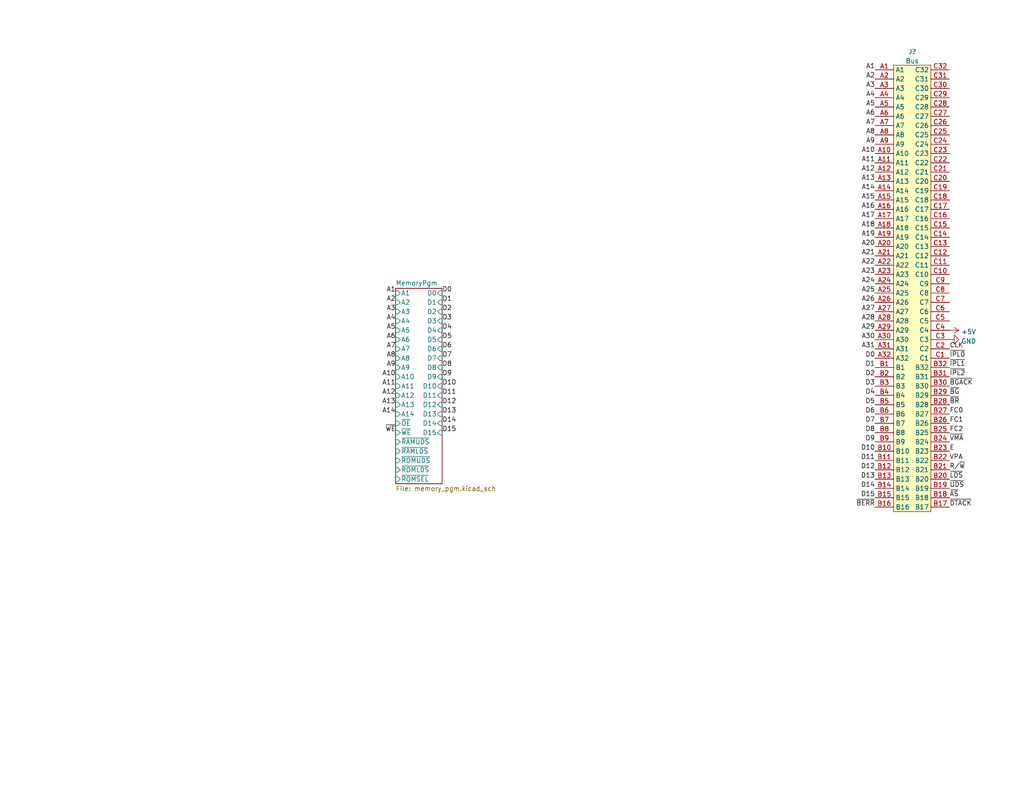
<source format=kicad_sch>
(kicad_sch (version 20211123) (generator eeschema)
  (paper "USLetter")
  (lib_symbols
    (symbol "parts:Bus"
      (property "Reference" "J4" (at -1.905 54.449 0))
      (property "Value" "Bus" (at -1.905 51.9121 0))
      (symbol "Bus_0_1"
        (rectangle (start -7.62 -72.39) (end 2.54 49.53) (stroke (width 0.1524)) (fill (type background)))
      )
      (symbol "Bus_1_1"
        (pin passive line (at -12.7 48.26 0) (length 5.08) (name "A1") (number "A1"))
        (pin passive line (at -12.7 25.4 0) (length 5.08) (name "A10") (number "A10"))
        (pin passive line (at -12.7 22.86 0) (length 5.08) (name "A11") (number "A11"))
        (pin passive line (at -12.7 20.32 0) (length 5.08) (name "A12") (number "A12"))
        (pin passive line (at -12.7 17.78 0) (length 5.08) (name "A13") (number "A13"))
        (pin passive line (at -12.7 15.24 0) (length 5.08) (name "A14") (number "A14"))
        (pin passive line (at -12.7 12.7 0) (length 5.08) (name "A15") (number "A15"))
        (pin passive line (at -12.7 10.16 0) (length 5.08) (name "A16") (number "A16"))
        (pin passive line (at -12.7 7.62 0) (length 5.08) (name "A17") (number "A17"))
        (pin passive line (at -12.7 5.08 0) (length 5.08) (name "A18") (number "A18"))
        (pin passive line (at -12.7 2.54 0) (length 5.08) (name "A19") (number "A19"))
        (pin passive line (at -12.7 45.72 0) (length 5.08) (name "A2") (number "A2"))
        (pin passive line (at -12.7 0 0) (length 5.08) (name "A20") (number "A20"))
        (pin passive line (at -12.7 -2.54 0) (length 5.08) (name "A21") (number "A21"))
        (pin passive line (at -12.7 -5.08 0) (length 5.08) (name "A22") (number "A22"))
        (pin passive line (at -12.7 -7.62 0) (length 5.08) (name "A23") (number "A23"))
        (pin passive line (at -12.7 -10.16 0) (length 5.08) (name "A24") (number "A24"))
        (pin passive line (at -12.7 -12.7 0) (length 5.08) (name "A25") (number "A25"))
        (pin passive line (at -12.7 -15.24 0) (length 5.08) (name "A26") (number "A26"))
        (pin passive line (at -12.7 -17.78 0) (length 5.08) (name "A27") (number "A27"))
        (pin passive line (at -12.7 -20.32 0) (length 5.08) (name "A28") (number "A28"))
        (pin passive line (at -12.7 -22.86 0) (length 5.08) (name "A29") (number "A29"))
        (pin passive line (at -12.7 43.18 0) (length 5.08) (name "A3") (number "A3"))
        (pin passive line (at -12.7 -25.4 0) (length 5.08) (name "A30") (number "A30"))
        (pin passive line (at -12.7 -27.94 0) (length 5.08) (name "A31") (number "A31"))
        (pin passive line (at -12.7 -30.48 0) (length 5.08) (name "A32") (number "A32"))
        (pin passive line (at -12.7 40.64 0) (length 5.08) (name "A4") (number "A4"))
        (pin passive line (at -12.7 38.1 0) (length 5.08) (name "A5") (number "A5"))
        (pin passive line (at -12.7 35.56 0) (length 5.08) (name "A6") (number "A6"))
        (pin passive line (at -12.7 33.02 0) (length 5.08) (name "A7") (number "A7"))
        (pin passive line (at -12.7 30.48 0) (length 5.08) (name "A8") (number "A8"))
        (pin passive line (at -12.7 27.94 0) (length 5.08) (name "A9") (number "A9"))
        (pin passive line (at -12.7 -33.02 0) (length 5.08) (name "B1") (number "B1"))
        (pin passive line (at -12.7 -55.88 0) (length 5.08) (name "B10") (number "B10"))
        (pin passive line (at -12.7 -58.42 0) (length 5.08) (name "B11") (number "B11"))
        (pin passive line (at -12.7 -60.96 0) (length 5.08) (name "B12") (number "B12"))
        (pin passive line (at -12.7 -63.5 0) (length 5.08) (name "B13") (number "B13"))
        (pin passive line (at -12.7 -66.04 0) (length 5.08) (name "B14") (number "B14"))
        (pin passive line (at -12.7 -68.58 0) (length 5.08) (name "B15") (number "B15"))
        (pin passive line (at -12.7 -71.12 0) (length 5.08) (name "B16") (number "B16"))
        (pin passive line (at 7.62 -71.12 180) (length 5.08) (name "B17") (number "B17"))
        (pin passive line (at 7.62 -68.58 180) (length 5.08) (name "B18") (number "B18"))
        (pin passive line (at 7.62 -66.04 180) (length 5.08) (name "B19") (number "B19"))
        (pin passive line (at -12.7 -35.56 0) (length 5.08) (name "B2") (number "B2"))
        (pin passive line (at 7.62 -63.5 180) (length 5.08) (name "B20") (number "B20"))
        (pin passive line (at 7.62 -60.96 180) (length 5.08) (name "B21") (number "B21"))
        (pin passive line (at 7.62 -58.42 180) (length 5.08) (name "B22") (number "B22"))
        (pin passive line (at 7.62 -55.88 180) (length 5.08) (name "B23") (number "B23"))
        (pin passive line (at 7.62 -53.34 180) (length 5.08) (name "B24") (number "B24"))
        (pin passive line (at 7.62 -50.8 180) (length 5.08) (name "B25") (number "B25"))
        (pin passive line (at 7.62 -48.26 180) (length 5.08) (name "B26") (number "B26"))
        (pin passive line (at 7.62 -45.72 180) (length 5.08) (name "B27") (number "B27"))
        (pin passive line (at 7.62 -43.18 180) (length 5.08) (name "B28") (number "B28"))
        (pin passive line (at 7.62 -40.64 180) (length 5.08) (name "B29") (number "B29"))
        (pin passive line (at -12.7 -38.1 0) (length 5.08) (name "B3") (number "B3"))
        (pin passive line (at 7.62 -38.1 180) (length 5.08) (name "B30") (number "B30"))
        (pin passive line (at 7.62 -35.56 180) (length 5.08) (name "B31") (number "B31"))
        (pin passive line (at 7.62 -33.02 180) (length 5.08) (name "B32") (number "B32"))
        (pin passive line (at -12.7 -40.64 0) (length 5.08) (name "B4") (number "B4"))
        (pin passive line (at -12.7 -43.18 0) (length 5.08) (name "B5") (number "B5"))
        (pin passive line (at -12.7 -45.72 0) (length 5.08) (name "B6") (number "B6"))
        (pin passive line (at -12.7 -48.26 0) (length 5.08) (name "B7") (number "B7"))
        (pin passive line (at -12.7 -50.8 0) (length 5.08) (name "B8") (number "B8"))
        (pin passive line (at -12.7 -53.34 0) (length 5.08) (name "B9") (number "B9"))
        (pin passive line (at 7.62 -30.48 180) (length 5.08) (name "C1") (number "C1"))
        (pin passive line (at 7.62 -7.62 180) (length 5.08) (name "C10") (number "C10"))
        (pin passive line (at 7.62 -5.08 180) (length 5.08) (name "C11") (number "C11"))
        (pin passive line (at 7.62 -2.54 180) (length 5.08) (name "C12") (number "C12"))
        (pin passive line (at 7.62 0 180) (length 5.08) (name "C13") (number "C13"))
        (pin passive line (at 7.62 2.54 180) (length 5.08) (name "C14") (number "C14"))
        (pin passive line (at 7.62 5.08 180) (length 5.08) (name "C15") (number "C15"))
        (pin passive line (at 7.62 7.62 180) (length 5.08) (name "C16") (number "C16"))
        (pin passive line (at 7.62 10.16 180) (length 5.08) (name "C17") (number "C17"))
        (pin passive line (at 7.62 12.7 180) (length 5.08) (name "C18") (number "C18"))
        (pin passive line (at 7.62 15.24 180) (length 5.08) (name "C19") (number "C19"))
        (pin passive line (at 7.62 -27.94 180) (length 5.08) (name "C2") (number "C2"))
        (pin passive line (at 7.62 17.78 180) (length 5.08) (name "C20") (number "C20"))
        (pin passive line (at 7.62 20.32 180) (length 5.08) (name "C21") (number "C21"))
        (pin passive line (at 7.62 22.86 180) (length 5.08) (name "C22") (number "C22"))
        (pin passive line (at 7.62 25.4 180) (length 5.08) (name "C23") (number "C23"))
        (pin passive line (at 7.62 27.94 180) (length 5.08) (name "C24") (number "C24"))
        (pin passive line (at 7.62 30.48 180) (length 5.08) (name "C25") (number "C25"))
        (pin passive line (at 7.62 33.02 180) (length 5.08) (name "C26") (number "C26"))
        (pin passive line (at 7.62 35.56 180) (length 5.08) (name "C27") (number "C27"))
        (pin passive line (at 7.62 38.1 180) (length 5.08) (name "C28") (number "C28"))
        (pin passive line (at 7.62 40.64 180) (length 5.08) (name "C29") (number "C29"))
        (pin passive line (at 7.62 -25.4 180) (length 5.08) (name "C3") (number "C3"))
        (pin passive line (at 7.62 43.18 180) (length 5.08) (name "C30") (number "C30"))
        (pin passive line (at 7.62 45.72 180) (length 5.08) (name "C31") (number "C31"))
        (pin passive line (at 7.62 48.26 180) (length 5.08) (name "C32") (number "C32"))
        (pin passive line (at 7.62 -22.86 180) (length 5.08) (name "C4") (number "C4"))
        (pin passive line (at 7.62 -20.32 180) (length 5.08) (name "C5") (number "C5"))
        (pin passive line (at 7.62 -17.78 180) (length 5.08) (name "C6") (number "C6"))
        (pin passive line (at 7.62 -15.24 180) (length 5.08) (name "C7") (number "C7"))
        (pin passive line (at 7.62 -12.7 180) (length 5.08) (name "C8") (number "C8"))
        (pin passive line (at 7.62 -10.16 180) (length 5.08) (name "C9") (number "C9"))
      )
    )
    (symbol "power:+5V" (power) (pin_names (offset 0))
      (property "Value" "+5V" (at 0 3.556 0))
      (symbol "+5V_0_1"
        (polyline (pts (xy -0.762 1.27) (xy 0 2.54)))
        (polyline (pts (xy 0 0) (xy 0 2.54)))
        (polyline (pts (xy 0 2.54) (xy 0.762 1.27)))
      )
      (symbol "+5V_1_1"
        (pin power_in line (at 0 0 90) (length 0) hide (name "+5V") (number "1"))
      )
    )
    (symbol "power:GND" (power) (pin_names (offset 0))
      (property "Value" "GND" (at 0 -3.81 0))
      (symbol "GND_0_1"
        (polyline (pts (xy 0 0) (xy 0 -1.27) (xy 1.27 -1.27) (xy 0 -2.54) (xy -1.27 -1.27) (xy 0 -1.27)))
      )
      (symbol "GND_1_1"
        (pin power_in line (at 0 0 270) (length 0) hide (name "GND") (number "1"))
      )
    )
  )
  (label "D9" (at 238.76 120.65 180))
  (label "A15" (at 238.76 54.61 180))
  (label "A11" (at 238.76 44.45 180))
  (label "D5" (at 120.65 92.71 0))
  (label "A29" (at 238.76 90.17 180))
  (label "E" (at 259.08 123.19 0))
  (label "~{BGACK}" (at 259.08 105.41 0))
  (label "A25" (at 238.76 80.01 180))
  (label "A3" (at 238.76 24.13 180))
  (label "D8" (at 238.76 118.11 180))
  (label "A28" (at 238.76 87.63 180))
  (label "D12" (at 238.76 128.27 180))
  (label "A19" (at 238.76 64.77 180))
  (label "A1" (at 107.95 80.01 180))
  (label "A17" (at 238.76 59.69 180))
  (label "A4" (at 238.76 26.67 180))
  (label "A6" (at 107.95 92.71 180))
  (label "CLK" (at 259.08 95.25 0))
  (label "D14" (at 120.65 115.57 0))
  (label "~{IPL0}" (at 259.08 97.79 0))
  (label "A2" (at 238.76 21.59 180))
  (label "D5" (at 238.76 110.49 180))
  (label "~{WE}" (at 107.95 118.11 180))
  (label "D3" (at 120.65 87.63 0))
  (label "A8" (at 107.95 97.79 180))
  (label "A3" (at 107.95 85.09 180))
  (label "D10" (at 120.65 105.41 0))
  (label "FC1" (at 259.08 115.57 0))
  (label "A5" (at 107.95 90.17 180))
  (label "A5" (at 238.76 29.21 180))
  (label "D6" (at 120.65 95.25 0))
  (label "D4" (at 238.76 107.95 180))
  (label "~{IPL1}" (at 259.08 100.33 0))
  (label "D11" (at 120.65 107.95 0))
  (label "A1" (at 238.76 19.05 180))
  (label "A16" (at 238.76 57.15 180))
  (label "D10" (at 238.76 123.19 180))
  (label "A31" (at 238.76 95.25 180))
  (label "A30" (at 238.76 92.71 180))
  (label "A20" (at 238.76 67.31 180))
  (label "A14" (at 238.76 52.07 180))
  (label "D7" (at 238.76 115.57 180))
  (label "A14" (at 107.95 113.03 180))
  (label "~{BERR}" (at 238.76 138.43 180))
  (label "D6" (at 238.76 113.03 180))
  (label "D13" (at 238.76 130.81 180))
  (label "A10" (at 238.76 41.91 180))
  (label "A7" (at 238.76 34.29 180))
  (label "FC0" (at 259.08 113.03 0))
  (label "D9" (at 120.65 102.87 0))
  (label "D12" (at 120.65 110.49 0))
  (label "D4" (at 120.65 90.17 0))
  (label "A11" (at 107.95 105.41 180))
  (label "~{IPL2}" (at 259.08 102.87 0))
  (label "D15" (at 120.65 118.11 0))
  (label "~{UDS}" (at 259.08 133.35 0))
  (label "A27" (at 238.76 85.09 180))
  (label "A9" (at 107.95 100.33 180))
  (label "A10" (at 107.95 102.87 180))
  (label "~{LDS}" (at 259.08 130.81 0))
  (label "A13" (at 107.95 110.49 180))
  (label "D1" (at 238.76 100.33 180))
  (label "~{AS}" (at 259.08 135.89 0))
  (label "D2" (at 238.76 102.87 180))
  (label "D15" (at 238.76 135.89 180))
  (label "D2" (at 120.65 85.09 0))
  (label "D0" (at 120.65 80.01 0))
  (label "A6" (at 238.76 31.75 180))
  (label "FC2" (at 259.08 118.11 0))
  (label "D0" (at 238.76 97.79 180))
  (label "~{BR}" (at 259.08 110.49 0))
  (label "A4" (at 107.95 87.63 180))
  (label "VPA" (at 259.08 125.73 0))
  (label "A9" (at 238.76 39.37 180))
  (label "D8" (at 120.65 100.33 0))
  (label "~{BG}" (at 259.08 107.95 0))
  (label "~{DTACK}" (at 259.08 138.43 0))
  (label "D7" (at 120.65 97.79 0))
  (label "D11" (at 238.76 125.73 180))
  (label "A8" (at 238.76 36.83 180))
  (label "A2" (at 107.95 82.55 180))
  (label "A24" (at 238.76 77.47 180))
  (label "A12" (at 107.95 107.95 180))
  (label "R{slash}~{W}" (at 259.08 128.27 0))
  (label "A23" (at 238.76 74.93 180))
  (label "D1" (at 120.65 82.55 0))
  (label "D3" (at 238.76 105.41 180))
  (label "A7" (at 107.95 95.25 180))
  (label "A13" (at 238.76 49.53 180))
  (label "~{VMA}" (at 259.08 120.65 0))
  (label "A18" (at 238.76 62.23 180))
  (label "A22" (at 238.76 72.39 180))
  (label "D14" (at 238.76 133.35 180))
  (label "D13" (at 120.65 113.03 0))
  (label "A12" (at 238.76 46.99 180))
  (label "A21" (at 238.76 69.85 180))
  (label "A26" (at 238.76 82.55 180))
  (symbol (lib_id "power:+5V") (at 259.08 90.17 270) (unit 1)
    (property "Reference" "#PWR?" (effects hide))
    (property "Value" "+5V" (at 262.255 90.6038 90) (effects (justify left)))
  )
  (symbol (lib_id "power:GND") (at 259.08 92.71 90) (unit 1)
    (property "Reference" "#PWR?" (effects hide))
    (property "Value" "GND" (at 262.255 93.1438 90) (effects (justify right)))
  )
  (symbol (lib_id "parts:Bus") (at 251.46 67.31 0) (unit 1)
    (property "Reference" "J?" (at 248.92 14.131 0))
    (property "Value" "Bus" (at 248.92 16.6679 0))
    (property "Footprint" "536366-6:TE_536366-6" (effects hide))
  )
  (sheet (at 107.95 78.74) (size 12.7 53.34) (stroke (width 0.1524))
    (property "Sheet name" "MemoryPgm" (at 107.95 78.0284 0) (effects (justify left bottom)))
    (property "Sheet file" "memory_pgm.kicad_sch" (at 107.95 132.6646 0) (effects (justify left top)))
    (pin "D9" input (at 120.65 102.87 0))
    (pin "D8" input (at 120.65 100.33 0))
    (pin "D13" input (at 120.65 113.03 0))
    (pin "D11" input (at 120.65 107.95 0))
    (pin "D12" input (at 120.65 110.49 0))
    (pin "D10" input (at 120.65 105.41 0))
    (pin "D14" input (at 120.65 115.57 0))
    (pin "D15" input (at 120.65 118.11 0))
    (pin "~{ROMUDS}" input (at 107.95 125.73 180))
    (pin "~{ROMLDS}" input (at 107.95 128.27 180))
    (pin "D0" input (at 120.65 80.01 0))
    (pin "D2" input (at 120.65 85.09 0))
    (pin "A3" input (at 107.95 85.09 180))
    (pin "A1" input (at 107.95 80.01 180))
    (pin "A2" input (at 107.95 82.55 180))
    (pin "D1" input (at 120.65 82.55 0))
    (pin "D7" input (at 120.65 97.79 0))
    (pin "~{ROMSEL}" input (at 107.95 130.81 180))
    (pin "D6" input (at 120.65 95.25 0))
    (pin "D4" input (at 120.65 90.17 0))
    (pin "D3" input (at 120.65 87.63 0))
    (pin "D5" input (at 120.65 92.71 0))
    (pin "A7" input (at 107.95 95.25 180))
    (pin "A8" input (at 107.95 97.79 180))
    (pin "A5" input (at 107.95 90.17 180))
    (pin "A6" input (at 107.95 92.71 180))
    (pin "A4" input (at 107.95 87.63 180))
    (pin "A11" input (at 107.95 105.41 180))
    (pin "A13" input (at 107.95 110.49 180))
    (pin "A12" input (at 107.95 107.95 180))
    (pin "A9" input (at 107.95 100.33 180))
    (pin "A10" input (at 107.95 102.87 180))
    (pin "~{WE}" input (at 107.95 118.11 180))
    (pin "A14" input (at 107.95 113.03 180))
    (pin "~{OE}" input (at 107.95 115.57 180))
    (pin "~{RAMUDS}" input (at 107.95 120.65 180))
    (pin "~{RAMLDS}" input (at 107.95 123.19 180))
  )
)
</source>
